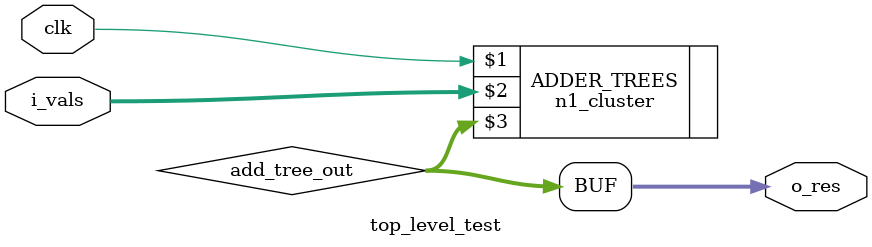
<source format=v>

module top_level_test (
        clk,
        i_vals,
        o_res
    );

    parameter N = 16;
    parameter Tn = 16;

    // Inputs
    input                   clk;
    input [Tn*Tn*N-1:0]     i_vals;
    
    // Outputs
    output [Tn*N-1:0]       o_res;

    reg [Tn*Tn*N-1:0]          vals_reg;
    reg [Tn*N-1:0]             res_reg;

    wire [Tn*N-1:0]            add_tree_out;

    n1_cluster ADDER_TREES (
        clk,
        i_vals,
        add_tree_out
    );

    always @(posedge clk) begin
        vals_reg    = i_vals;
        res_reg     = add_tree_out;
    end
            
    assign o_res = add_tree_out;

endmodule

</source>
